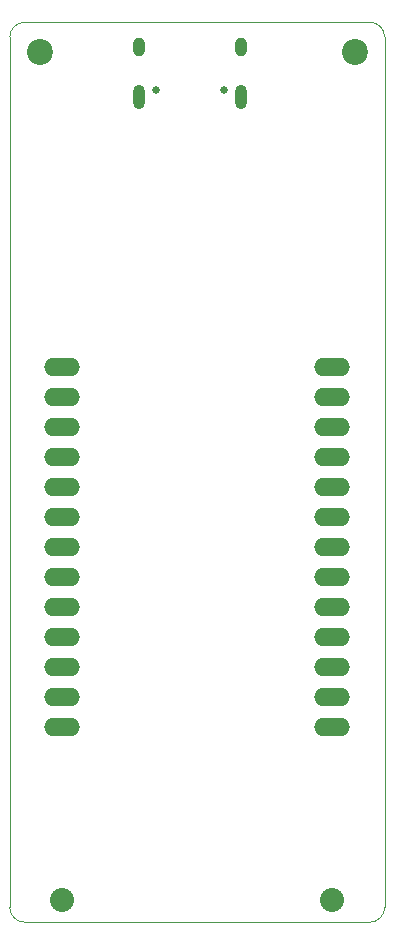
<source format=gbr>
%TF.GenerationSoftware,KiCad,Pcbnew,5.1.10-88a1d61d58~88~ubuntu20.04.1*%
%TF.CreationDate,2021-05-28T23:30:33+02:00*%
%TF.ProjectId,wt32-eth01-programmer,77743332-2d65-4746-9830-312d70726f67,rev?*%
%TF.SameCoordinates,Original*%
%TF.FileFunction,Soldermask,Bot*%
%TF.FilePolarity,Negative*%
%FSLAX46Y46*%
G04 Gerber Fmt 4.6, Leading zero omitted, Abs format (unit mm)*
G04 Created by KiCad (PCBNEW 5.1.10-88a1d61d58~88~ubuntu20.04.1) date 2021-05-28 23:30:33*
%MOMM*%
%LPD*%
G01*
G04 APERTURE LIST*
%TA.AperFunction,Profile*%
%ADD10C,0.050000*%
%TD*%
%ADD11C,2.200000*%
%ADD12O,3.048000X1.524000*%
%ADD13C,2.032000*%
%ADD14O,1.000000X2.100000*%
%ADD15C,0.650000*%
%ADD16O,1.000000X1.600000*%
G04 APERTURE END LIST*
D10*
X50800000Y-45720000D02*
G75*
G02*
X52070000Y-44450000I1270000J0D01*
G01*
X52070000Y-120650000D02*
G75*
G02*
X50800000Y-119380000I0J1270000D01*
G01*
X82550000Y-119380000D02*
G75*
G02*
X81280000Y-120650000I-1270000J0D01*
G01*
X81280000Y-44450000D02*
G75*
G02*
X82550000Y-45720000I0J-1270000D01*
G01*
X50800000Y-45720000D02*
X50800000Y-119380000D01*
X81280000Y-44450000D02*
X52070000Y-44450000D01*
X82550000Y-119380000D02*
X82550000Y-45720000D01*
X52070000Y-120650000D02*
X81280000Y-120650000D01*
D11*
%TO.C,REF\u002A\u002A*%
X53340000Y-46990000D03*
%TD*%
%TO.C,REF\u002A\u002A*%
X80010000Y-46990000D03*
%TD*%
D12*
%TO.C,U3*%
X78105000Y-104140000D03*
X78105000Y-73660000D03*
X78105000Y-76200000D03*
X78105000Y-78740000D03*
X78105000Y-81280000D03*
X78105000Y-83820000D03*
X78105000Y-86360000D03*
X78105000Y-88900000D03*
X78105000Y-91440000D03*
X78105000Y-93980000D03*
X78105000Y-96520000D03*
X78105000Y-99060000D03*
X78105000Y-101600000D03*
X55245000Y-104140000D03*
X55245000Y-101600000D03*
X55245000Y-99060000D03*
X55245000Y-96520000D03*
X55245000Y-93980000D03*
X55245000Y-91440000D03*
X55245000Y-88900000D03*
X55245000Y-86360000D03*
X55245000Y-83820000D03*
X55245000Y-81280000D03*
X55245000Y-78740000D03*
X55245000Y-76200000D03*
X55245000Y-73660000D03*
D13*
X78105000Y-118745000D03*
X55245000Y-118745000D03*
%TD*%
D14*
%TO.C,J1*%
X61720000Y-50755000D03*
X70360000Y-50755000D03*
D15*
X68930000Y-50225000D03*
D16*
X70360000Y-46575000D03*
D15*
X63150000Y-50225000D03*
D16*
X61720000Y-46575000D03*
%TD*%
M02*

</source>
